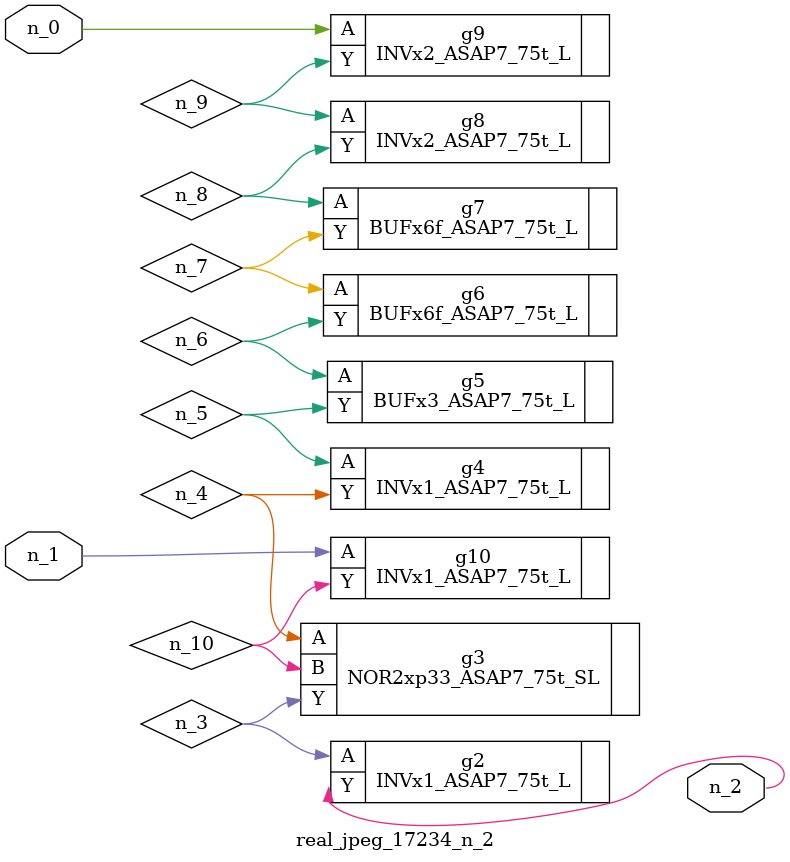
<source format=v>
module real_jpeg_17234_n_2 (n_1, n_0, n_2);

input n_1;
input n_0;

output n_2;

wire n_5;
wire n_4;
wire n_8;
wire n_6;
wire n_7;
wire n_3;
wire n_10;
wire n_9;

INVx2_ASAP7_75t_L g9 ( 
.A(n_0),
.Y(n_9)
);

INVx1_ASAP7_75t_L g10 ( 
.A(n_1),
.Y(n_10)
);

INVx1_ASAP7_75t_L g2 ( 
.A(n_3),
.Y(n_2)
);

NOR2xp33_ASAP7_75t_SL g3 ( 
.A(n_4),
.B(n_10),
.Y(n_3)
);

INVx1_ASAP7_75t_L g4 ( 
.A(n_5),
.Y(n_4)
);

BUFx3_ASAP7_75t_L g5 ( 
.A(n_6),
.Y(n_5)
);

BUFx6f_ASAP7_75t_L g6 ( 
.A(n_7),
.Y(n_6)
);

BUFx6f_ASAP7_75t_L g7 ( 
.A(n_8),
.Y(n_7)
);

INVx2_ASAP7_75t_L g8 ( 
.A(n_9),
.Y(n_8)
);


endmodule
</source>
